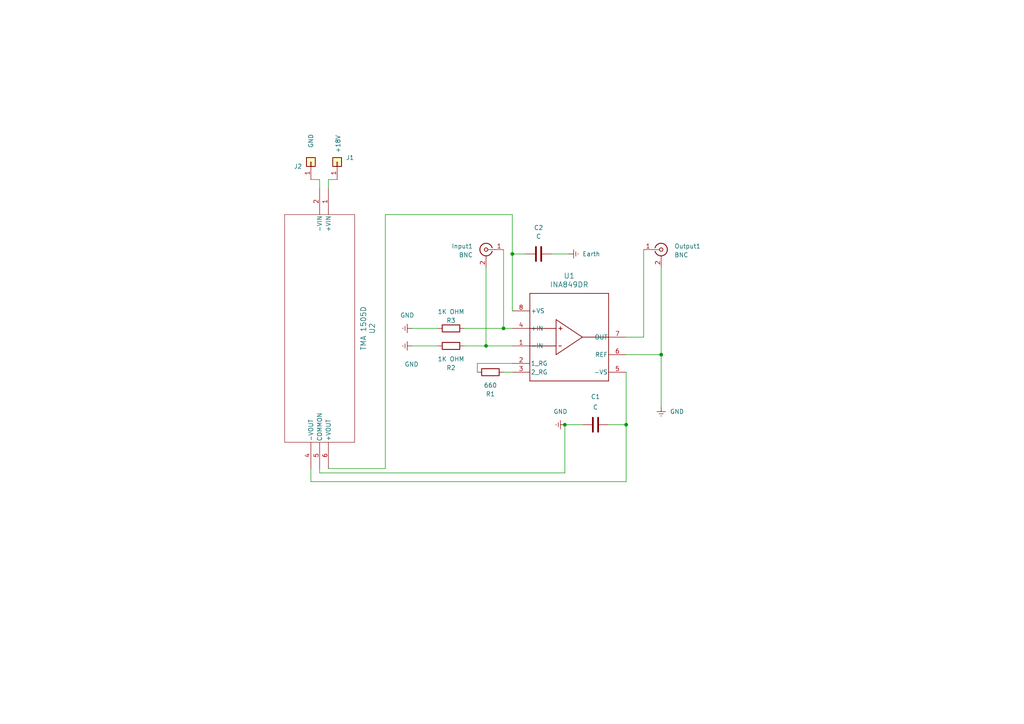
<source format=kicad_sch>
(kicad_sch (version 20250114) (generator "eeschema") (generator_version "9.0")
  (paper "A4")
  (lib_symbols
    (symbol "Connector:Conn_Coaxial" (pin_names (offset 1.016) (hide yes))
      (property "Reference" "J" (at 0.254 3.048 0))
      (property "Value" "Conn_Coaxial" (at 2.921 0 90))
      (symbol "Conn_Coaxial_0_1"
        (polyline (pts (xy -2.54 0) (xy -0.508 0)))
        (arc (start 1.778 0) (mid 0.222 -1.8079) (end -1.778 -0.508) (stroke (width 0.254)))
        (arc (start -1.778 0.508) (mid 0.2221 1.8084) (end 1.778 0) (stroke (width 0.254)))
        (circle (center 0 0) (radius 0.508) (stroke (width 0.2032)))
        (polyline (pts (xy 0 -2.54) (xy 0 -1.778)))
      )
      (symbol "Conn_Coaxial_1_1"
        (pin passive line (at -5.08 0 0) (length 2.54) (name "In") (number "1"))
        (pin passive line (at 0 -5.08 90) (length 2.54) (name "Ext") (number "2"))
      )
    )
    (symbol "Connector_Generic:Conn_01x01" (pin_names (offset 1.016) (hide yes))
      (property "Reference" "J" (at 0 2.54 0))
      (property "Value" "Conn_01x01" (at 0 -2.54 0))
      (symbol "Conn_01x01_1_1"
        (rectangle (start -1.27 1.27) (end 1.27 -1.27) (stroke (width 0.254)) (fill (type background)))
        (rectangle (start -1.27 0.127) (end 0 -0.127) (stroke (width 0.1524)))
        (pin passive line (at -5.08 0 0) (length 3.81) (name "Pin_1") (number "1"))
      )
    )
    (symbol "Device:C" (pin_numbers (hide yes)) (pin_names (offset 0.254))
      (property "Reference" "C" (at 0.635 2.54 0))
      (property "Value" "C" (at 0.635 -2.54 0))
      (symbol "C_0_1"
        (polyline (pts (xy -2.032 0.762) (xy 2.032 0.762)) (stroke (width 0.508)))
        (polyline (pts (xy -2.032 -0.762) (xy 2.032 -0.762)) (stroke (width 0.508)))
      )
      (symbol "C_1_1"
        (pin passive line (at 0 3.81 270) (length 2.794) (name "~") (number "1"))
        (pin passive line (at 0 -3.81 90) (length 2.794) (name "~") (number "2"))
      )
    )
    (symbol "Device:R" (pin_numbers (hide yes)) (pin_names (offset 0))
      (property "Reference" "R" (at 2.032 0 90))
      (property "Value" "R" (at 0 0 90))
      (symbol "R_0_1"
        (rectangle (start -1.016 -2.54) (end 1.016 2.54) (stroke (width 0.254)))
      )
      (symbol "R_1_1"
        (pin passive line (at 0 3.81 270) (length 1.27) (name "~") (number "1"))
        (pin passive line (at 0 -3.81 90) (length 1.27) (name "~") (number "2"))
      )
    )
    (symbol "power:Earth" (power) (pin_numbers (hide yes)) (pin_names (offset 0) (hide yes))
      (property "Value" "Earth" (at 0 -3.81 0))
      (symbol "Earth_0_1"
        (polyline (pts (xy -0.635 -1.905) (xy 0.635 -1.905)))
        (polyline (pts (xy -0.127 -2.54) (xy 0.127 -2.54)))
        (polyline (pts (xy 0 -1.27) (xy 0 0)))
        (polyline (pts (xy 1.27 -1.27) (xy -1.27 -1.27)))
      )
      (symbol "Earth_1_1"
        (pin power_in line (at 0 0 270) (length 0) (name "~") (number "1"))
      )
    )
    (symbol "preamp:INA849DR" (pin_names (offset 0.254))
      (property "Reference" "U" (at 0 2.54 0))
      (property "Value" "INA849DR" (at 0 0 0))
      (symbol "INA849DR_0_1"
        (polyline (pts (xy 5.08 5.08) (xy 5.08 -20.32)) (stroke (width 0.2032)))
        (polyline (pts (xy 5.08 -20.32) (xy 27.94 -20.32)) (stroke (width 0.2032)))
        (polyline (pts (xy 12.7 -2.54) (xy 20.32 -7.62)) (stroke (width 0.2032)))
        (polyline (pts (xy 12.7 -5.08) (xy 5.08 -5.08)) (stroke (width 0.2032)))
        (polyline (pts (xy 12.7 -10.16) (xy 5.08 -10.16)) (stroke (width 0.2032)))
        (polyline (pts (xy 12.7 -12.7) (xy 12.7 -2.54)) (stroke (width 0.2032)))
        (polyline (pts (xy 12.7 -12.7) (xy 20.32 -7.62)) (stroke (width 0.2032)))
        (polyline (pts (xy 13.462 -5.08) (xy 14.478 -5.08)) (stroke (width 0.2032)))
        (polyline (pts (xy 13.462 -10.16) (xy 14.224 -10.16)) (stroke (width 0.2032)))
        (polyline (pts (xy 13.97 -4.572) (xy 13.97 -5.588)) (stroke (width 0.2032)))
        (polyline (pts (xy 20.32 -7.62) (xy 27.94 -7.62)) (stroke (width 0.2032)))
        (polyline (pts (xy 27.94 5.08) (xy 5.08 5.08)) (stroke (width 0.2032)))
        (polyline (pts (xy 27.94 -20.32) (xy 27.94 5.08)) (stroke (width 0.2032)))
        (pin power_in line (at 0 0 0) (length 5.08) (name "+VS") (number "8"))
        (pin tri_state line (at 0 -5.08 0) (length 5.08) (name "+IN") (number "4"))
        (pin tri_state line (at 0 -10.16 0) (length 5.08) (name "-IN") (number "1"))
        (pin unspecified line (at 0 -15.24 0) (length 5.08) (name "1_RG") (number "2"))
        (pin unspecified line (at 0 -17.78 0) (length 5.08) (name "2_RG") (number "3"))
        (pin unspecified line (at 33.02 -7.62 180) (length 5.08) (name "OUT") (number "7"))
        (pin unspecified line (at 33.02 -12.7 180) (length 5.08) (name "REF") (number "6"))
        (pin power_in line (at 33.02 -17.78 180) (length 5.08) (name "-VS") (number "5"))
      )
    )
    (symbol "tmA 1505D:TMA_1505D" (pin_names (offset 0.254))
      (property "Reference" "U" (at 40.64 12.7 0))
      (property "Value" "TMA 1505D" (at 40.64 10.16 0))
      (symbol "TMA_1505D_0_1"
        (polyline (pts (xy 7.62 7.62) (xy 7.62 -12.7)) (stroke (width 0.127)))
        (polyline (pts (xy 7.62 -12.7) (xy 73.66 -12.7)) (stroke (width 0.127)))
        (polyline (pts (xy 73.66 7.62) (xy 7.62 7.62)) (stroke (width 0.127)))
        (polyline (pts (xy 73.66 -12.7) (xy 73.66 7.62)) (stroke (width 0.127)))
        (pin power_in line (at 0 0 0) (length 7.62) (name "+VIN") (number "1"))
        (pin power_in line (at 0 -2.54 0) (length 7.62) (name "-VIN") (number "2"))
        (pin power_in line (at 81.28 0 180) (length 7.62) (name "+VOUT") (number "6"))
        (pin unspecified line (at 81.28 -2.54 180) (length 7.62) (name "COMMON") (number "5"))
        (pin power_in line (at 81.28 -5.08 180) (length 7.62) (name "-VOUT") (number "4"))
      )
    )
  )
  (junction (at 140.97 100.33))
  (junction (at 163.83 123.19))
  (junction (at 191.77 102.87))
  (junction (at 181.61 123.19))
  (junction (at 148.59 73.66))
  (junction (at 146.05 95.25))
  (wire (pts (xy 90.17 52.07) (xy 92.71 52.07)))
  (wire (pts (xy 95.25 135.89) (xy 111.76 135.89)))
  (wire (pts (xy 176.53 123.19) (xy 181.61 123.19)))
  (wire (pts (xy 148.59 62.23) (xy 148.59 73.66)))
  (wire (pts (xy 92.71 135.89) (xy 92.71 137.16)))
  (wire (pts (xy 97.79 52.07) (xy 95.25 52.07)))
  (wire (pts (xy 111.76 62.23) (xy 148.59 62.23)))
  (wire (pts (xy 138.43 105.41) (xy 148.59 105.41)))
  (wire (pts (xy 191.77 102.87) (xy 191.77 118.11)))
  (wire (pts (xy 181.61 107.95) (xy 181.61 123.19)))
  (wire (pts (xy 146.05 107.95) (xy 148.59 107.95)))
  (wire (pts (xy 90.17 135.89) (xy 90.17 139.7)))
  (wire (pts (xy 146.05 72.39) (xy 146.05 95.25)))
  (wire (pts (xy 148.59 73.66) (xy 152.4 73.66)))
  (wire (pts (xy 146.05 95.25) (xy 148.59 95.25)))
  (wire (pts (xy 160.02 73.66) (xy 165.1 73.66)))
  (wire (pts (xy 163.83 137.16) (xy 163.83 123.19)))
  (wire (pts (xy 92.71 137.16) (xy 163.83 137.16)))
  (wire (pts (xy 186.69 97.79) (xy 186.69 72.39)))
  (wire (pts (xy 95.25 52.07) (xy 95.25 54.61)))
  (wire (pts (xy 90.17 139.7) (xy 181.61 139.7)))
  (wire (pts (xy 181.61 97.79) (xy 186.69 97.79)))
  (wire (pts (xy 119.38 95.25) (xy 127 95.25)))
  (wire (pts (xy 138.43 107.95) (xy 138.43 105.41)))
  (wire (pts (xy 148.59 73.66) (xy 148.59 90.17)))
  (wire (pts (xy 119.38 100.33) (xy 127 100.33)))
  (wire (pts (xy 191.77 102.87) (xy 181.61 102.87)))
  (wire (pts (xy 181.61 123.19) (xy 181.61 139.7)))
  (wire (pts (xy 140.97 100.33) (xy 148.59 100.33)))
  (wire (pts (xy 92.71 52.07) (xy 92.71 54.61)))
  (wire (pts (xy 134.62 100.33) (xy 140.97 100.33)))
  (wire (pts (xy 191.77 77.47) (xy 191.77 102.87)))
  (wire (pts (xy 134.62 95.25) (xy 146.05 95.25)))
  (wire (pts (xy 111.76 135.89) (xy 111.76 62.23)))
  (wire (pts (xy 163.83 123.19) (xy 168.91 123.19)))
  (wire (pts (xy 140.97 77.47) (xy 140.97 100.33)))
  (symbol (lib_id "power:Earth") (at 163.83 123.19 270) (unit 1)
    (property "Reference" "#PWR04" (effects (hide yes)))
    (property "Value" "GND" (at 162.56 119.38 90))
    (property "Description" "Power symbol creates a global label with name \"Earth\"" (effects (hide yes)))
  )
  (symbol (lib_id "Device:R") (at 130.81 100.33 270) (mirror x) (unit 1)
    (property "Reference" "R2" (at 130.81 106.68 90))
    (property "Value" "1K OHM" (at 130.81 104.14 90))
    (property "Footprint" "Resistor_SMD:R_0805_2012Metric_Pad1.20x1.40mm_HandSolder" (effects (hide yes)))
    (property "Description" "Resistor" (effects (hide yes)))
  )
  (symbol (lib_id "Device:C") (at 156.21 73.66 270) (unit 1)
    (property "Reference" "C2" (at 156.21 66.04 90))
    (property "Value" "C" (at 156.21 68.58 90))
    (property "Footprint" "Capacitor_SMD:C_0201_0603Metric" (effects (hide yes)))
    (property "Description" "Unpolarized capacitor" (effects (hide yes)))
  )
  (symbol (lib_id "Connector_Generic:Conn_01x01") (at 97.79 46.99 90) (unit 1)
    (property "Reference" "J1" (at 100.33 45.7199 90) (effects (justify right)))
    (property "Value" "+18V" (at 98.044 39.116 0) (effects (justify right)))
    (property "Footprint" "Connector_Wire:SolderWirePad_1x01_SMD_5x10mm" (effects (hide yes)))
    (property "Description" "Generic connector, single row, 01x01, script generated (kicad-library-utils/schlib/autogen/connector/)" (effects (hide yes)))
  )
  (symbol (lib_id "power:Earth") (at 165.1 73.66 90) (unit 1)
    (property "Reference" "#PWR03" (effects (hide yes)))
    (property "Value" "Earth" (at 168.91 73.6599 90) (effects (justify right)))
    (property "Description" "Power symbol creates a global label with name \"Earth\"" (effects (hide yes)))
  )
  (symbol (lib_id "Connector:Conn_Coaxial") (at 191.77 72.39 0) (unit 1)
    (property "Reference" "Output1" (at 195.58 71.4131 0) (effects (justify left)))
    (property "Value" "BNC" (at 195.58 73.9531 0) (effects (justify left)))
    (property "Footprint" "Connector_Coaxial:BNC_Amphenol_031-6575_Horizontal" (effects (hide yes)))
    (property "Description" "coaxial connector (BNC, SMA, SMB, SMC, Cinch/RCA, LEMO, ...)" (effects (hide yes)))
  )
  (symbol (lib_id "Device:R") (at 142.24 107.95 270) (mirror x) (unit 1)
    (property "Reference" "R1" (at 142.24 114.3 90))
    (property "Value" "660" (at 142.24 111.76 90))
    (property "Footprint" "Resistor_SMD:R_0805_2012Metric_Pad1.20x1.40mm_HandSolder" (effects (hide yes)))
    (property "Description" "Resistor" (effects (hide yes)))
  )
  (symbol (lib_id "Device:R") (at 130.81 95.25 270) (mirror x) (unit 1)
    (property "Reference" "R3" (at 130.81 92.964 90))
    (property "Value" "1K OHM" (at 130.81 90.424 90))
    (property "Footprint" "Resistor_SMD:R_0805_2012Metric_Pad1.20x1.40mm_HandSolder" (effects (hide yes)))
    (property "Description" "Resistor" (effects (hide yes)))
  )
  (symbol (lib_id "Connector:Conn_Coaxial") (at 140.97 72.39 0) (mirror y) (unit 1)
    (property "Reference" "Input1" (at 137.16 71.4131 0) (effects (justify left)))
    (property "Value" "BNC" (at 137.16 73.9531 0) (effects (justify left)))
    (property "Footprint" "Connector_Coaxial:BNC_Amphenol_031-6575_Horizontal" (effects (hide yes)))
    (property "Description" "coaxial connector (BNC, SMA, SMB, SMC, Cinch/RCA, LEMO, ...)" (effects (hide yes)))
  )
  (symbol (lib_id "power:Earth") (at 119.38 100.33 270) (unit 1)
    (property "Reference" "#PWR05" (effects (hide yes)))
    (property "Value" "GND" (at 119.38 105.664 90))
    (property "Description" "Power symbol creates a global label with name \"Earth\"" (effects (hide yes)))
  )
  (symbol (lib_id "Device:C") (at 172.72 123.19 270) (unit 1)
    (property "Reference" "C1" (at 172.72 115.062 90))
    (property "Value" "C" (at 172.72 118.11 90))
    (property "Footprint" "Capacitor_SMD:C_0201_0603Metric" (effects (hide yes)))
    (property "Description" "Unpolarized capacitor" (effects (hide yes)))
  )
  (symbol (lib_id "power:Earth") (at 119.38 95.25 270) (unit 1)
    (property "Reference" "#PWR06" (effects (hide yes)))
    (property "Value" "GND" (at 118.11 91.44 90))
    (property "Description" "Power symbol creates a global label with name \"Earth\"" (effects (hide yes)))
  )
  (symbol (lib_id "Connector_Generic:Conn_01x01") (at 90.17 46.99 90) (unit 1)
    (property "Reference" "J2" (at 87.63 48.2601 90) (effects (justify left)))
    (property "Value" "GND" (at 90.17 42.926 0) (effects (justify left)))
    (property "Footprint" "Connector_Wire:SolderWirePad_1x01_SMD_5x10mm" (effects (hide yes)))
    (property "Description" "Generic connector, single row, 01x01, script generated (kicad-library-utils/schlib/autogen/connector/)" (effects (hide yes)))
  )
  (symbol (lib_id "power:Earth") (at 191.77 118.11 0) (unit 1)
    (property "Reference" "#PWR02" (effects (hide yes)))
    (property "Value" "GND" (at 194.31 119.3799 0) (effects (justify left)))
    (property "Description" "Power symbol creates a global label with name \"Earth\"" (effects (hide yes)))
  )
  (symbol (lib_id "tmA 1505D:TMA_1505D") (at 95.25 54.61 270) (unit 1)
    (property "Reference" "U2" (at 107.95 95.25 0) (effects (font (size 1.524 1.524))))
    (property "Value" "TMA 1505D" (at 105.41 95.25 0) (effects (font (size 1.524 1.524))))
    (property "Footprint" "TMA DUAL_TRP" (effects (hide yes)))
    (property "Datasheet" "TMA 1505D" (effects (hide yes)))
  )
  (symbol (lib_id "preamp:INA849DR") (at 148.59 90.17 0) (unit 1)
    (property "Reference" "U1" (at 165.1 80.01 0) (effects (font (size 1.524 1.524))))
    (property "Value" "INA849DR" (at 165.1 82.55 0) (effects (font (size 1.524 1.524))))
    (property "Footprint" "D0008A-IPC_A" (effects (hide yes)))
    (property "Datasheet" "INA849DR" (effects (hide yes)))
  )
)
</source>
